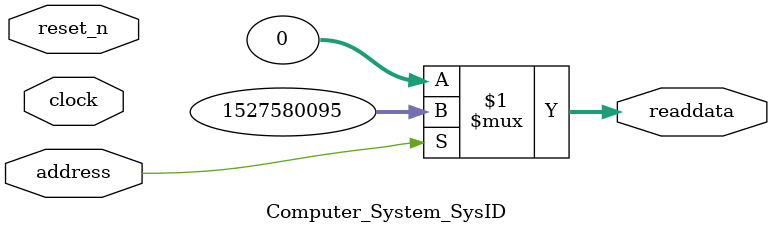
<source format=v>



// synthesis translate_off
`timescale 1ns / 1ps
// synthesis translate_on

// turn off superfluous verilog processor warnings 
// altera message_level Level1 
// altera message_off 10034 10035 10036 10037 10230 10240 10030 

module Computer_System_SysID (
               // inputs:
                address,
                clock,
                reset_n,

               // outputs:
                readdata
             )
;

  output  [ 31: 0] readdata;
  input            address;
  input            clock;
  input            reset_n;

  wire    [ 31: 0] readdata;
  //control_slave, which is an e_avalon_slave
  assign readdata = address ? 1527580095 : 0;

endmodule



</source>
